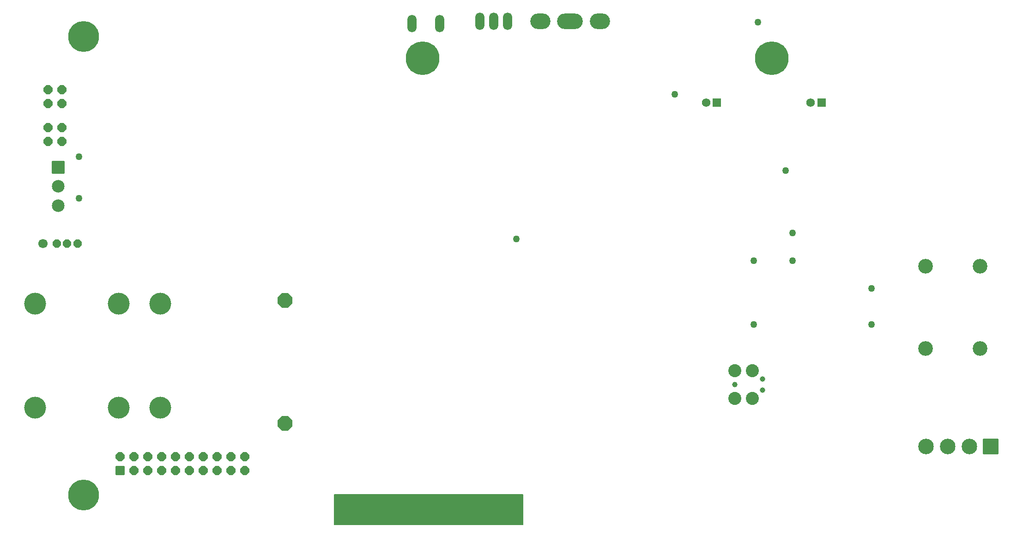
<source format=gbr>
%TF.GenerationSoftware,KiCad,Pcbnew,9.0.5-9.0.5~ubuntu24.04.1*%
%TF.CreationDate,2025-10-22T17:54:57+02:00*%
%TF.ProjectId,EEZ DIB DCP405plus,45455a20-4449-4422-9044-435034303570,r4B2*%
%TF.SameCoordinates,Original*%
%TF.FileFunction,Soldermask,Bot*%
%TF.FilePolarity,Negative*%
%FSLAX46Y46*%
G04 Gerber Fmt 4.6, Leading zero omitted, Abs format (unit mm)*
G04 Created by KiCad (PCBNEW 9.0.5-9.0.5~ubuntu24.04.1) date 2025-10-22 17:54:57*
%MOMM*%
%LPD*%
G01*
G04 APERTURE LIST*
G04 Aperture macros list*
%AMRoundRect*
0 Rectangle with rounded corners*
0 $1 Rounding radius*
0 $2 $3 $4 $5 $6 $7 $8 $9 X,Y pos of 4 corners*
0 Add a 4 corners polygon primitive as box body*
4,1,4,$2,$3,$4,$5,$6,$7,$8,$9,$2,$3,0*
0 Add four circle primitives for the rounded corners*
1,1,$1+$1,$2,$3*
1,1,$1+$1,$4,$5*
1,1,$1+$1,$6,$7*
1,1,$1+$1,$8,$9*
0 Add four rect primitives between the rounded corners*
20,1,$1+$1,$2,$3,$4,$5,0*
20,1,$1+$1,$4,$5,$6,$7,0*
20,1,$1+$1,$6,$7,$8,$9,0*
20,1,$1+$1,$8,$9,$2,$3,0*%
%AMFreePoly0*
4,1,25,0.359640,0.808373,0.364542,0.803882,0.803882,0.364542,0.825910,0.317301,0.826200,0.310660,0.826200,-0.310660,0.808373,-0.359640,0.803882,-0.364542,0.364542,-0.803882,0.317301,-0.825910,0.310660,-0.826200,-0.310660,-0.826200,-0.359640,-0.808373,-0.364542,-0.803882,-0.803882,-0.364542,-0.825910,-0.317301,-0.826200,-0.310660,-0.826200,0.310660,-0.808373,0.359640,-0.803882,0.364542,
-0.364542,0.803882,-0.317301,0.825910,-0.310660,0.826200,0.310660,0.826200,0.359640,0.808373,0.359640,0.808373,$1*%
%AMFreePoly1*
4,1,25,0.328574,0.733373,0.333476,0.728882,0.728882,0.333476,0.750910,0.286235,0.751200,0.279594,0.751200,-0.279594,0.733373,-0.328574,0.728882,-0.333476,0.333476,-0.728882,0.286235,-0.750910,0.279594,-0.751200,-0.279594,-0.751200,-0.328574,-0.733373,-0.333476,-0.728882,-0.728882,-0.333476,-0.750910,-0.286235,-0.751200,-0.279594,-0.751200,0.279594,-0.733373,0.328574,-0.728882,0.333476,
-0.333476,0.728882,-0.286235,0.750910,-0.279594,0.751200,0.279594,0.751200,0.328574,0.733373,0.328574,0.733373,$1*%
%AMFreePoly2*
4,1,25,0.575031,1.328373,0.579933,1.323882,1.323882,0.579933,1.345910,0.532692,1.346200,0.526051,1.346200,-0.526051,1.328373,-0.575031,1.323882,-0.579933,0.579933,-1.323882,0.532692,-1.345910,0.526051,-1.346200,-0.526051,-1.346200,-0.575031,-1.328373,-0.579933,-1.323882,-1.323882,-0.579933,-1.345910,-0.532692,-1.346200,-0.526051,-1.346200,0.526051,-1.328373,0.575031,-1.323882,0.579933,
-0.579933,1.323882,-0.532692,1.345910,-0.526051,1.346200,0.526051,1.346200,0.575031,1.328373,0.575031,1.328373,$1*%
G04 Aperture macros list end*
%ADD10C,0.200000*%
%ADD11O,1.676400X3.200400*%
%ADD12C,1.270000*%
%ADD13O,3.704000X2.844000*%
%ADD14O,4.704000X2.844000*%
%ADD15C,2.387600*%
%ADD16C,0.990600*%
%ADD17RoundRect,0.076200X0.750000X0.750000X-0.750000X0.750000X-0.750000X-0.750000X0.750000X-0.750000X0*%
%ADD18FreePoly0,180.000000*%
%ADD19RoundRect,0.102000X-1.050000X1.050000X-1.050000X-1.050000X1.050000X-1.050000X1.050000X1.050000X0*%
%ADD20C,2.304000*%
%ADD21C,1.700000*%
%ADD22FreePoly1,180.000000*%
%ADD23C,5.652400*%
%ADD24RoundRect,0.102000X1.320000X1.320000X-1.320000X1.320000X-1.320000X-1.320000X1.320000X-1.320000X0*%
%ADD25C,2.844000*%
%ADD26FreePoly0,0.000000*%
%ADD27RoundRect,0.102000X0.679000X0.679000X-0.679000X0.679000X-0.679000X-0.679000X0.679000X-0.679000X0*%
%ADD28C,1.562000*%
%ADD29FreePoly2,0.000000*%
%ADD30C,2.692400*%
%ADD31C,4.000000*%
%ADD32C,6.152400*%
G04 APERTURE END LIST*
D10*
%TO.C,X1*%
X149950000Y-152450000D02*
X115450000Y-152450000D01*
X115450000Y-146950000D01*
X149950000Y-146950000D01*
X149950000Y-152450000D01*
G36*
X149950000Y-152450000D02*
G01*
X115450000Y-152450000D01*
X115450000Y-146950000D01*
X149950000Y-146950000D01*
X149950000Y-152450000D01*
G37*
%TD*%
D11*
%TO.C,R78*%
X134726100Y-60697500D03*
X129646100Y-60697500D03*
%TD*%
D12*
%TO.C,TP2*%
X148818600Y-100152200D03*
%TD*%
%TO.C,TP10*%
X193040000Y-60452000D03*
%TD*%
%TO.C,TP3*%
X199390000Y-99060000D03*
%TD*%
%TO.C,TP5*%
X192278000Y-104140000D03*
%TD*%
D13*
%TO.C,Q14*%
X164098000Y-60212900D03*
D14*
X158648000Y-60212900D03*
D13*
X153198000Y-60212900D03*
%TD*%
D15*
%TO.C,X2*%
X188849000Y-124231400D03*
D16*
X188849000Y-126771400D03*
D15*
X188849000Y-129311400D03*
X192024000Y-124231400D03*
X192024000Y-129311400D03*
D16*
X193929000Y-125755400D03*
X193929000Y-127787400D03*
%TD*%
D12*
%TO.C,TP8*%
X213868000Y-115824000D03*
%TD*%
D17*
%TO.C,X5*%
X76140000Y-142540000D03*
D18*
X76140000Y-140000000D03*
X78680000Y-142540000D03*
X78680000Y-140000000D03*
X81220000Y-142540000D03*
X81220000Y-140000000D03*
X83760000Y-142540000D03*
X83760000Y-140000000D03*
X86300000Y-142540000D03*
X86300000Y-140000000D03*
X88840000Y-142540000D03*
X88840000Y-140000000D03*
X91380000Y-142540000D03*
X91380000Y-140000000D03*
X93920000Y-142540000D03*
X93920000Y-140000000D03*
X96460000Y-142540000D03*
X96460000Y-140000000D03*
X99000000Y-142540000D03*
X99000000Y-140000000D03*
%TD*%
D19*
%TO.C,X4*%
X64800000Y-87000000D03*
D20*
X64800000Y-90500000D03*
X64800000Y-94000000D03*
%TD*%
D12*
%TO.C,TP11*%
X68580000Y-85090000D03*
%TD*%
%TO.C,TP4*%
X192278000Y-115824000D03*
%TD*%
%TO.C,TP6*%
X199390000Y-104140000D03*
%TD*%
D11*
%TO.C,Q17*%
X147172100Y-60240300D03*
X144632100Y-60240300D03*
X142092100Y-60240300D03*
%TD*%
D21*
%TO.C,LED1*%
X62000000Y-101000000D03*
D22*
X66445000Y-101000000D03*
X68350000Y-101000000D03*
X64540000Y-101000000D03*
%TD*%
D23*
%TO.C,KK1*%
X69500000Y-63000000D03*
%TD*%
D24*
%TO.C,X3*%
X235781000Y-138176000D03*
D25*
X231821000Y-138176000D03*
X227861000Y-138176000D03*
X223901000Y-138176000D03*
%TD*%
D12*
%TO.C,TP7*%
X198120000Y-87630000D03*
%TD*%
%TO.C,TP1*%
X177800000Y-73660000D03*
%TD*%
D26*
%TO.C,LED3*%
X62930000Y-72730000D03*
X62930000Y-75270000D03*
X65470000Y-72730000D03*
X65470000Y-75270000D03*
%TD*%
D27*
%TO.C,JP4*%
X185565800Y-75184000D03*
D28*
X183565800Y-75184000D03*
%TD*%
D23*
%TO.C,KK2*%
X69500000Y-147000000D03*
%TD*%
D29*
%TO.C,F1*%
X106362500Y-111360000D03*
X106362500Y-133860000D03*
%TD*%
D12*
%TO.C,TP12*%
X68580000Y-92710000D03*
%TD*%
D30*
%TO.C,L1*%
X223803200Y-120149000D03*
X223803200Y-105149000D03*
X233803200Y-120149000D03*
X233803200Y-105149000D03*
%TD*%
D31*
%TO.C,J1*%
X75900000Y-111950000D03*
X60600000Y-111950000D03*
X83500000Y-111950000D03*
%TD*%
D26*
%TO.C,LED2*%
X62930000Y-79730000D03*
X62930000Y-82270000D03*
X65470000Y-79730000D03*
X65470000Y-82270000D03*
%TD*%
D27*
%TO.C,JP7*%
X204758800Y-75184000D03*
D28*
X202758800Y-75184000D03*
%TD*%
D12*
%TO.C,TP9*%
X213868000Y-109220000D03*
%TD*%
D32*
%TO.C,KK3*%
X195604800Y-67047000D03*
X131604800Y-67047000D03*
%TD*%
D31*
%TO.C,J2*%
X75900000Y-131000000D03*
X60600000Y-131000000D03*
X83500000Y-131000000D03*
%TD*%
M02*

</source>
